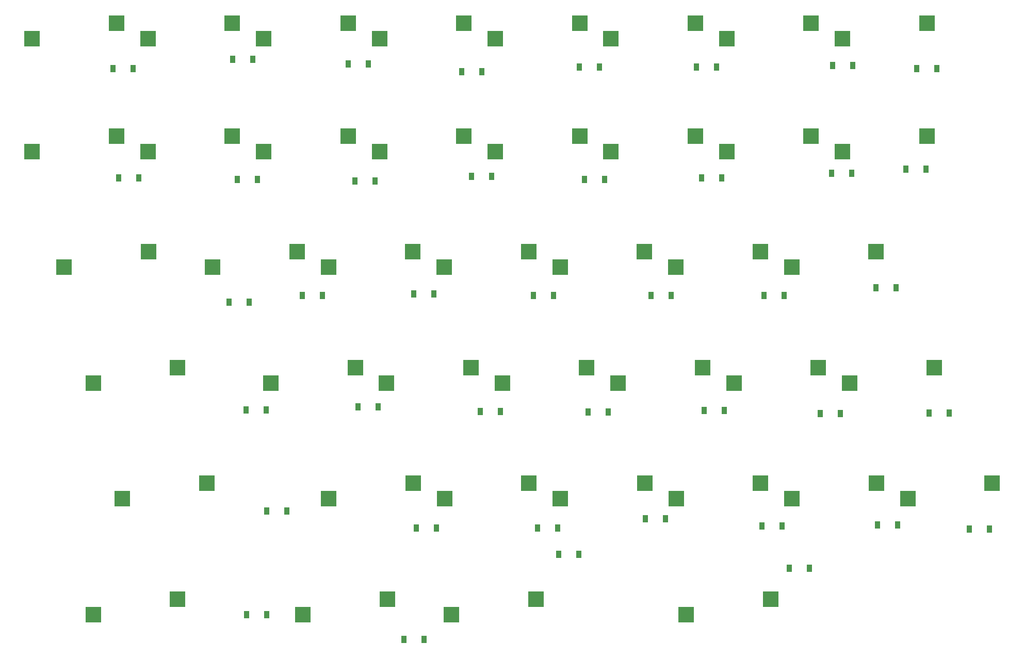
<source format=gbr>
%TF.GenerationSoftware,KiCad,Pcbnew,8.0.4*%
%TF.CreationDate,2024-11-14T10:30:57-07:00*%
%TF.ProjectId,simple_split_MX,73696d70-6c65-45f7-9370-6c69745f4d58,v1.0.0*%
%TF.SameCoordinates,Original*%
%TF.FileFunction,Paste,Bot*%
%TF.FilePolarity,Positive*%
%FSLAX46Y46*%
G04 Gerber Fmt 4.6, Leading zero omitted, Abs format (unit mm)*
G04 Created by KiCad (PCBNEW 8.0.4) date 2024-11-14 10:30:57*
%MOMM*%
%LPD*%
G01*
G04 APERTURE LIST*
%ADD10R,2.550000X2.500000*%
%ADD11R,0.900000X1.200000*%
G04 APERTURE END LIST*
D10*
%TO.C,S33*%
X246617500Y-114432000D03*
X260467500Y-111892000D03*
%TD*%
D11*
%TO.C,D26*%
X236652000Y-175858000D03*
X233352000Y-175858000D03*
%TD*%
%TO.C,D24*%
X199896000Y-176276000D03*
X196596000Y-176276000D03*
%TD*%
D10*
%TO.C,S31*%
X182435500Y-190432000D03*
X196285500Y-187892000D03*
%TD*%
%TO.C,S8*%
X118880000Y-133432000D03*
X132730000Y-130892000D03*
%TD*%
D11*
%TO.C,D6*%
X226746000Y-118708000D03*
X223446000Y-118708000D03*
%TD*%
%TO.C,D33*%
X260349000Y-117348000D03*
X257049000Y-117348000D03*
%TD*%
%TO.C,D9*%
X161214000Y-138012000D03*
X157914000Y-138012000D03*
%TD*%
%TO.C,D16*%
X170358000Y-156300000D03*
X167058000Y-156300000D03*
%TD*%
%TO.C,D10*%
X179502000Y-137758000D03*
X176202000Y-137758000D03*
%TD*%
D10*
%TO.C,S20*%
X228789000Y-152432000D03*
X242639000Y-149892000D03*
%TD*%
%TO.C,S11*%
X181264000Y-133432000D03*
X195114000Y-130892000D03*
%TD*%
D11*
%TO.C,D23*%
X179958000Y-176276000D03*
X176658000Y-176276000D03*
%TD*%
%TO.C,D7*%
X248082000Y-117946000D03*
X244782000Y-117946000D03*
%TD*%
D10*
%TO.C,S6*%
X208617500Y-114432000D03*
X222467500Y-111892000D03*
%TD*%
%TO.C,F3*%
X170617500Y-95880000D03*
X184467500Y-93340000D03*
%TD*%
%TO.C,F1*%
X132617500Y-95880000D03*
X146467500Y-93340000D03*
%TD*%
%TO.C,S35*%
X113617500Y-95880000D03*
X127467500Y-93340000D03*
%TD*%
%TO.C,S4*%
X170617500Y-114432000D03*
X184467500Y-111892000D03*
%TD*%
%TO.C,S3*%
X151617500Y-114432000D03*
X165467500Y-111892000D03*
%TD*%
%TO.C,Extra_Function_Key1*%
X246617500Y-95880000D03*
X260467500Y-93340000D03*
%TD*%
D11*
%TO.C,D37*%
X187452000Y-101346000D03*
X184152000Y-101346000D03*
%TD*%
%TO.C,D15*%
X152000000Y-156808000D03*
X148700000Y-156808000D03*
%TD*%
%TO.C,D39*%
X225932000Y-100584000D03*
X222632000Y-100584000D03*
%TD*%
D10*
%TO.C,F6*%
X227617500Y-95880000D03*
X241467500Y-93340000D03*
%TD*%
%TO.C,S5*%
X189617500Y-114432000D03*
X203467500Y-111892000D03*
%TD*%
D11*
%TO.C,D36*%
X168782000Y-100076000D03*
X165482000Y-100076000D03*
%TD*%
%TO.C,D4*%
X189026000Y-118454000D03*
X185726000Y-118454000D03*
%TD*%
%TO.C,D5*%
X207568000Y-118962000D03*
X204268000Y-118962000D03*
%TD*%
D10*
%TO.C,S25*%
X200314000Y-171432000D03*
X214164000Y-168892000D03*
%TD*%
%TO.C,S7*%
X227617500Y-114432000D03*
X241467500Y-111892000D03*
%TD*%
%TO.C,S1*%
X113617500Y-114432000D03*
X127467500Y-111892000D03*
%TD*%
D11*
%TO.C,D30*%
X177926000Y-194564000D03*
X174626000Y-194564000D03*
%TD*%
%TO.C,D38*%
X206756000Y-100584000D03*
X203456000Y-100584000D03*
%TD*%
D10*
%TO.C,F2*%
X151617500Y-95880000D03*
X165467500Y-93340000D03*
%TD*%
D11*
%TO.C,D28*%
X270688000Y-176366000D03*
X267388000Y-176366000D03*
%TD*%
D10*
%TO.C,S12*%
X200264000Y-133432000D03*
X214114000Y-130892000D03*
%TD*%
%TO.C,S24*%
X181314000Y-171432000D03*
X195164000Y-168892000D03*
%TD*%
D11*
%TO.C,D12*%
X218490000Y-138012000D03*
X215190000Y-138012000D03*
%TD*%
%TO.C,D17*%
X190424000Y-157062000D03*
X187124000Y-157062000D03*
%TD*%
%TO.C,D34*%
X149860000Y-99314000D03*
X146560000Y-99314000D03*
%TD*%
%TO.C,D14*%
X255396000Y-136779000D03*
X252096000Y-136779000D03*
%TD*%
%TO.C,D20*%
X246252000Y-157480000D03*
X242952000Y-157480000D03*
%TD*%
%TO.C,D25*%
X217550000Y-174752000D03*
X214250000Y-174752000D03*
%TD*%
%TO.C,D22*%
X155448000Y-173482000D03*
X152148000Y-173482000D03*
%TD*%
D10*
%TO.C,S2*%
X132617500Y-114432000D03*
X146467500Y-111892000D03*
%TD*%
D11*
%TO.C,D3*%
X169850000Y-119216000D03*
X166550000Y-119216000D03*
%TD*%
D10*
%TO.C,S16*%
X152789000Y-152432000D03*
X166639000Y-149892000D03*
%TD*%
%TO.C,S21*%
X247789000Y-152432000D03*
X261639000Y-149892000D03*
%TD*%
%TO.C,S26*%
X219314000Y-171432000D03*
X233164000Y-168892000D03*
%TD*%
D11*
%TO.C,D21*%
X264084000Y-157316000D03*
X260784000Y-157316000D03*
%TD*%
D10*
%TO.C,S17*%
X171789000Y-152432000D03*
X185639000Y-149892000D03*
%TD*%
%TO.C,S18*%
X190789000Y-152432000D03*
X204639000Y-149892000D03*
%TD*%
D11*
%TO.C,D35*%
X130174000Y-100838000D03*
X126874000Y-100838000D03*
%TD*%
D10*
%TO.C,S32*%
X220985500Y-190432000D03*
X234835500Y-187892000D03*
%TD*%
%TO.C,S29*%
X123642500Y-190432000D03*
X137492500Y-187892000D03*
%TD*%
D11*
%TO.C,D31*%
X203326000Y-180594000D03*
X200026000Y-180594000D03*
%TD*%
D10*
%TO.C,S23*%
X162314000Y-171432000D03*
X176164000Y-168892000D03*
%TD*%
D11*
%TO.C,D11*%
X199186000Y-138012000D03*
X195886000Y-138012000D03*
%TD*%
%TO.C,D40*%
X248284000Y-100330000D03*
X244984000Y-100330000D03*
%TD*%
D10*
%TO.C,F5*%
X208617500Y-95880000D03*
X222467500Y-93340000D03*
%TD*%
%TO.C,S14*%
X238264000Y-133432000D03*
X252114000Y-130892000D03*
%TD*%
D11*
%TO.C,D32*%
X241172000Y-182880000D03*
X237872000Y-182880000D03*
%TD*%
%TO.C,D2*%
X150546000Y-118962000D03*
X147246000Y-118962000D03*
%TD*%
%TO.C,D27*%
X255650000Y-175768000D03*
X252350000Y-175768000D03*
%TD*%
D10*
%TO.C,S27*%
X238314000Y-171432000D03*
X252164000Y-168892000D03*
%TD*%
%TO.C,S28*%
X257314000Y-171432000D03*
X271164000Y-168892000D03*
%TD*%
D11*
%TO.C,D29*%
X152150000Y-190500000D03*
X148850000Y-190500000D03*
%TD*%
%TO.C,D13*%
X237032000Y-138012000D03*
X233732000Y-138012000D03*
%TD*%
D10*
%TO.C,S15*%
X123642500Y-152432000D03*
X137492500Y-149892000D03*
%TD*%
%TO.C,S22*%
X128405000Y-171432000D03*
X142255000Y-168892000D03*
%TD*%
D11*
%TO.C,D19*%
X227202000Y-156972000D03*
X223902000Y-156972000D03*
%TD*%
D10*
%TO.C,S19*%
X209789000Y-152432000D03*
X223639000Y-149892000D03*
%TD*%
%TO.C,S9*%
X143264000Y-133432000D03*
X157114000Y-130892000D03*
%TD*%
%TO.C,F4*%
X189617500Y-95880000D03*
X203467500Y-93340000D03*
%TD*%
D11*
%TO.C,D18*%
X208152000Y-157226000D03*
X204852000Y-157226000D03*
%TD*%
D10*
%TO.C,S13*%
X219264000Y-133432000D03*
X233114000Y-130892000D03*
%TD*%
D11*
%TO.C,D1*%
X131116000Y-118708000D03*
X127816000Y-118708000D03*
%TD*%
%TO.C,D8*%
X149224000Y-139192000D03*
X145924000Y-139192000D03*
%TD*%
%TO.C,D41*%
X262128000Y-100838000D03*
X258828000Y-100838000D03*
%TD*%
D10*
%TO.C,S10*%
X162264000Y-133432000D03*
X176114000Y-130892000D03*
%TD*%
%TO.C,S30*%
X158051500Y-190432000D03*
X171901500Y-187892000D03*
%TD*%
M02*

</source>
